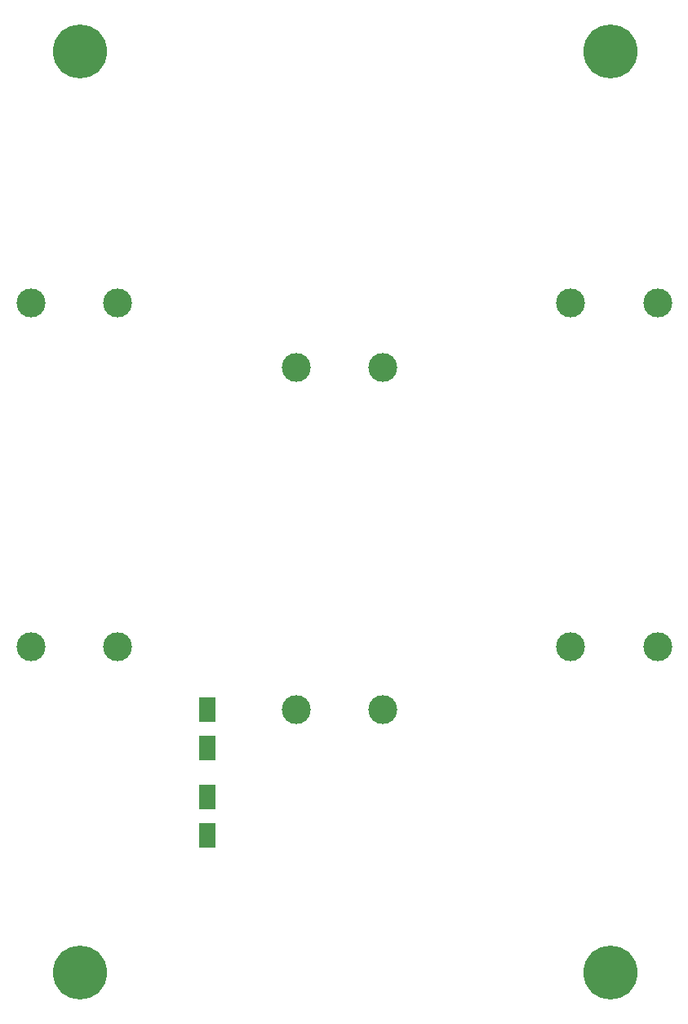
<source format=gts>
G04 #@! TF.GenerationSoftware,KiCad,Pcbnew,7.0.1-0*
G04 #@! TF.CreationDate,2023-03-19T01:56:14-04:00*
G04 #@! TF.ProjectId,solar-cell-pcbs-usb,736f6c61-722d-4636-956c-6c2d70636273,3*
G04 #@! TF.SameCoordinates,Original*
G04 #@! TF.FileFunction,Soldermask,Top*
G04 #@! TF.FilePolarity,Negative*
%FSLAX46Y46*%
G04 Gerber Fmt 4.6, Leading zero omitted, Abs format (unit mm)*
G04 Created by KiCad (PCBNEW 7.0.1-0) date 2023-03-19 01:56:14*
%MOMM*%
%LPD*%
G01*
G04 APERTURE LIST*
%ADD10C,5.600000*%
%ADD11C,3.000000*%
%ADD12R,1.700000X2.500000*%
G04 APERTURE END LIST*
D10*
X84600000Y-42750000D03*
D11*
X79500000Y-104500000D03*
X88500000Y-104500000D03*
X144500000Y-104500000D03*
X135500000Y-104500000D03*
D12*
X97800000Y-115000000D03*
X97800000Y-111000000D03*
D10*
X139600000Y-138250000D03*
D11*
X107000000Y-75500000D03*
X116000000Y-75500000D03*
X107000000Y-111000000D03*
X116000000Y-111000000D03*
D12*
X97800000Y-124000000D03*
X97800000Y-120000000D03*
D10*
X84600000Y-138250000D03*
D11*
X79500000Y-68800000D03*
X88500000Y-68800000D03*
D10*
X139600000Y-42750000D03*
D11*
X135500000Y-68800000D03*
X144500000Y-68800000D03*
M02*

</source>
